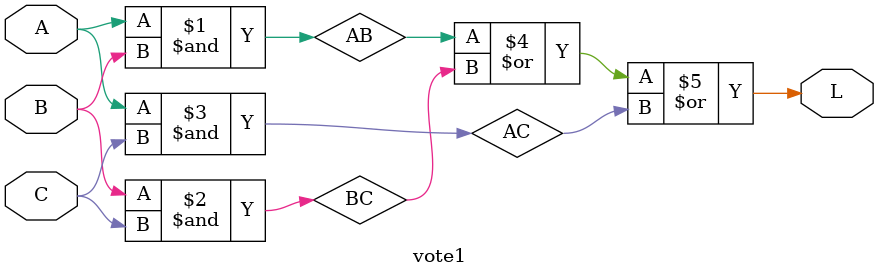
<source format=v>
module vote1(
	A, B, C,
	L
);

input A;
input B;
input C;
output L;

wire AB, BC, AC;

and U1(AB, A, B);
and U2(BC, B, C);
and U3(AC, A, C);

or U4(L, AB, BC, AC);
endmodule

</source>
